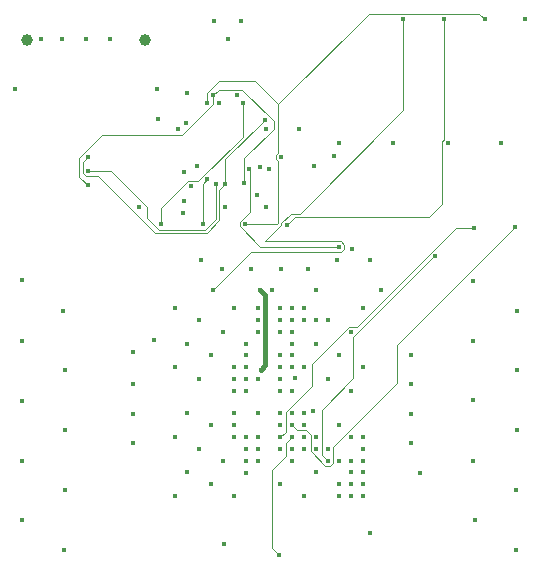
<source format=gbr>
%TF.GenerationSoftware,KiCad,Pcbnew,7.0.10*%
%TF.CreationDate,2024-01-13T18:06:35+01:00*%
%TF.ProjectId,FPGA,46504741-2e6b-4696-9361-645f70636258,rev?*%
%TF.SameCoordinates,Original*%
%TF.FileFunction,Copper,L5,Inr*%
%TF.FilePolarity,Positive*%
%FSLAX46Y46*%
G04 Gerber Fmt 4.6, Leading zero omitted, Abs format (unit mm)*
G04 Created by KiCad (PCBNEW 7.0.10) date 2024-01-13 18:06:35*
%MOMM*%
%LPD*%
G01*
G04 APERTURE LIST*
%TA.AperFunction,ComponentPad*%
%ADD10C,1.000000*%
%TD*%
%TA.AperFunction,ViaPad*%
%ADD11C,0.400000*%
%TD*%
%TA.AperFunction,Conductor*%
%ADD12C,0.090000*%
%TD*%
%TA.AperFunction,Conductor*%
%ADD13C,0.400000*%
%TD*%
G04 APERTURE END LIST*
D10*
%TO.N,N/C*%
%TO.C,J1*%
X91500000Y-77375000D03*
X81500000Y-77375000D03*
%TD*%
D11*
%TO.N,PG4*%
X107500000Y-87200000D03*
%TO.N,EN3*%
X86650000Y-89650000D03*
%TO.N,EN2*%
X86650000Y-88450000D03*
%TO.N,EN4*%
X86650000Y-87250000D03*
%TO.N,1.2V*%
X107900000Y-94850000D03*
%TO.N,GND*%
X109000000Y-95000000D03*
X95050000Y-81800000D03*
X104550000Y-84900000D03*
X92600000Y-84050000D03*
%TO.N,TDO*%
X101050000Y-112950000D03*
%TO.N,TMS*%
X82650000Y-77250000D03*
%TO.N,TCK*%
X84500000Y-77250000D03*
%TO.N,TDO*%
X86500000Y-77250000D03*
%TO.N,TDI*%
X88500000Y-77250000D03*
%TO.N,Net-(U1C-PROGRAM_B_0)*%
X119350000Y-93250000D03*
%TO.N,1.8V*%
X102850000Y-120950000D03*
%TO.N,Net-(J4-Pin_7)*%
X101050857Y-100002898D03*
%TO.N,Net-(J4-Pin_6)*%
X102950000Y-100050000D03*
%TO.N,Net-(J4-Pin_4)*%
X103950000Y-100050000D03*
%TO.N,Net-(J3-Pin_6)*%
X122945000Y-110360000D03*
%TO.N,Net-(J3-Pin_8)*%
X122895000Y-115460000D03*
%TO.N,Net-(J3-Pin_4)*%
X122945000Y-105310000D03*
%TO.N,Net-(J3-Pin_5)*%
X119295000Y-107860000D03*
%TO.N,Net-(J3-Pin_2)*%
X122945000Y-100260000D03*
%TO.N,Net-(J3-Pin_3)*%
X119295000Y-102810000D03*
%TO.N,Net-(J3-Pin_9)*%
X119445000Y-118010000D03*
%TO.N,Net-(J3-Pin_10)*%
X122895000Y-120560000D03*
%TO.N,Net-(J3-Pin_7)*%
X119295000Y-112960000D03*
%TO.N,Net-(J3-Pin_1)*%
X119295000Y-97710000D03*
%TO.N,Net-(J4-Pin_9)*%
X81050000Y-118000000D03*
%TO.N,Net-(J4-Pin_7)*%
X81050000Y-112950000D03*
%TO.N,Net-(J4-Pin_5)*%
X81050000Y-107900000D03*
%TO.N,Net-(J4-Pin_3)*%
X81100000Y-102800000D03*
%TO.N,Net-(J4-Pin_1)*%
X81100000Y-97700000D03*
%TO.N,Net-(J4-Pin_2)*%
X84550000Y-100250000D03*
%TO.N,Net-(J4-Pin_4)*%
X84700000Y-105300000D03*
%TO.N,Net-(J4-Pin_6)*%
X84700000Y-110400000D03*
%TO.N,Net-(J4-Pin_8)*%
X84700000Y-115450000D03*
%TO.N,Net-(J4-Pin_10)*%
X84600000Y-120550000D03*
%TO.N,INIT_B*%
X122800000Y-93200000D03*
%TO.N,LED_Test*%
X116050000Y-95650000D03*
%TO.N,GND*%
X98150000Y-120000000D03*
X110550000Y-119100000D03*
X80500000Y-81500000D03*
X92500000Y-81500000D03*
X98500000Y-77300000D03*
X99600000Y-75700000D03*
X97300000Y-75700000D03*
%TO.N,EN1*%
X105800000Y-88000000D03*
%TO.N,GND*%
X121600000Y-86100000D03*
X117100000Y-86100000D03*
X107900000Y-86100000D03*
X112500000Y-86100000D03*
X123700000Y-75550000D03*
%TO.N,1V*%
X120250000Y-75550000D03*
%TO.N,1.2V*%
X116800000Y-75550000D03*
%TO.N,1.8V*%
X113350000Y-75550000D03*
%TO.N,3.3V*%
X92250000Y-102750000D03*
%TO.N,EN1*%
X95900000Y-88000000D03*
X94300000Y-84900000D03*
X94950000Y-84400000D03*
%TO.N,1V*%
X96750000Y-82650000D03*
%TO.N,EN3*%
X97250000Y-82000000D03*
%TO.N,EN1*%
X97750000Y-82650000D03*
%TO.N,PG4*%
X99250000Y-82000000D03*
%TO.N,3.3V*%
X99750000Y-82650000D03*
%TO.N,EN4*%
X101650000Y-84100000D03*
%TO.N,EN1*%
X101700000Y-84900000D03*
X101200000Y-88100000D03*
%TO.N,EN3*%
X99900000Y-89450000D03*
%TO.N,1.2V*%
X100300000Y-88250000D03*
%TO.N,EN4*%
X98300000Y-89500000D03*
%TO.N,EN2*%
X97500000Y-89500000D03*
%TO.N,1.8V*%
X96750000Y-89150000D03*
%TO.N,GND*%
X98250000Y-91500000D03*
X91000000Y-91500000D03*
X101750000Y-91500000D03*
%TO.N,1.2V*%
X103500000Y-93000000D03*
%TO.N,GND*%
X94705553Y-92000000D03*
%TO.N,LX1*%
X101000000Y-90500000D03*
X95350000Y-89700000D03*
%TO.N,LX2*%
X94750000Y-91000000D03*
X94750000Y-88500000D03*
%TO.N,LX4*%
X103000000Y-87250000D03*
X102000000Y-88250000D03*
%TO.N,3.3V*%
X92850000Y-92950000D03*
%TO.N,1.8V*%
X96400000Y-92950000D03*
%TO.N,1V*%
X99950000Y-92950000D03*
%TO.N,1.2V*%
X103500000Y-93000000D03*
%TO.N,GND*%
X114750000Y-114000000D03*
X96250000Y-96000000D03*
X107750000Y-96000000D03*
X110500000Y-96000000D03*
%TO.N,1V*%
X111500000Y-98500000D03*
%TO.N,GND*%
X98000000Y-96750000D03*
X100500000Y-96750000D03*
X105250000Y-96750000D03*
X103000000Y-96750000D03*
%TO.N,1V*%
X106000000Y-98500000D03*
%TO.N,1.8V*%
X97250000Y-98500000D03*
X101250000Y-98500000D03*
%TO.N,1V*%
X102275000Y-98500000D03*
%TO.N,GND*%
X90500000Y-103750000D03*
X90500000Y-106500000D03*
X90500000Y-109000000D03*
X90500000Y-111500000D03*
X114000000Y-104000000D03*
X114000000Y-106500000D03*
X114000000Y-109000000D03*
X114000000Y-111500000D03*
%TO.N,3.3V*%
X100000000Y-104000000D03*
%TO.N,Net-(J3-Pin_1)*%
X108950000Y-115950000D03*
%TO.N,Net-(J3-Pin_9)*%
X105950000Y-111950000D03*
%TO.N,GND*%
X104950000Y-108950000D03*
X94050000Y-100050000D03*
%TO.N,3.3V*%
X99050000Y-110950000D03*
%TO.N,Net-(J3-Pin_6)*%
X108950000Y-113950000D03*
%TO.N,GND*%
X103950000Y-111950000D03*
%TO.N,1.8V*%
X104950000Y-109950000D03*
%TO.N,Net-(J4-Pin_3)*%
X103950000Y-101050000D03*
%TO.N,Net-(J4-Pin_8)*%
X102950000Y-102050000D03*
%TO.N,GND*%
X102950000Y-114950000D03*
%TO.N,Net-(J3-Pin_7)*%
X109950000Y-112950000D03*
%TO.N,Net-(U1C-PROGRAM_B_0)*%
X102950000Y-110950000D03*
%TO.N,1V*%
X100050000Y-105050000D03*
%TO.N,3.3V*%
X109950000Y-100050000D03*
%TO.N,Net-(J4-Pin_2)*%
X104950000Y-101050000D03*
%TO.N,GND*%
X98050000Y-112950000D03*
%TO.N,3.3V*%
X100050000Y-114000000D03*
%TO.N,1V*%
X99050000Y-106050000D03*
%TO.N,GND*%
X106950000Y-106050000D03*
X108950000Y-102050000D03*
%TO.N,INIT_B*%
X103950000Y-109950000D03*
%TO.N,GND*%
X100050000Y-106050000D03*
%TO.N,TMS*%
X100050000Y-111950000D03*
%TO.N,GND*%
X109950000Y-105050000D03*
%TO.N,1.8V*%
X103950000Y-110950000D03*
%TO.N,DONE*%
X103950000Y-107050000D03*
%TO.N,3.3V*%
X95050000Y-108950000D03*
X107950000Y-104050000D03*
%TO.N,TDI*%
X100050000Y-112950000D03*
%TO.N,GND*%
X101050000Y-111950000D03*
X99050000Y-105050000D03*
%TO.N,Net-(J4-Pin_10)*%
X103950000Y-103050000D03*
%TO.N,1.8V*%
X101270000Y-105270000D03*
%TO.N,3.3V*%
X96050000Y-101050000D03*
%TO.N,1.8V*%
X104169194Y-105999430D03*
%TO.N,3.3V*%
X104950000Y-115950000D03*
%TO.N,GND*%
X103950000Y-105050000D03*
X101050000Y-101050000D03*
%TO.N,Net-(U1C-VREFP_0)*%
X101050000Y-108950000D03*
%TO.N,3.3V*%
X97050000Y-104050000D03*
%TO.N,Net-(J4-Pin_5)*%
X102950000Y-101050000D03*
%TO.N,GND*%
X109950000Y-115950000D03*
%TO.N,3.3V*%
X100050000Y-103050000D03*
X103950000Y-102050000D03*
X94050000Y-105050000D03*
%TO.N,GND*%
X104950000Y-110950000D03*
%TO.N,3.3V*%
X103950000Y-112950000D03*
X106950000Y-111950000D03*
%TO.N,1V*%
X99050000Y-108950000D03*
%TO.N,3.3V*%
X109950000Y-110950000D03*
%TO.N,GND*%
X95050000Y-113950000D03*
X102950000Y-104050000D03*
X99050000Y-109950000D03*
X104950000Y-100050000D03*
X98050000Y-102050000D03*
%TO.N,3.3V*%
X105750000Y-108750000D03*
X104950000Y-111950000D03*
X102950000Y-111950000D03*
X94050000Y-115950000D03*
%TO.N,Net-(J3-Pin_8)*%
X109950000Y-111950000D03*
%TO.N,1V*%
X102950000Y-105050000D03*
%TO.N,GND*%
X99050000Y-107050000D03*
%TO.N,1.8V*%
X103950000Y-108950000D03*
%TO.N,1V*%
X102925000Y-109925000D03*
%TO.N,GND*%
X96050000Y-106050000D03*
%TO.N,3.3V*%
X106950000Y-101050000D03*
%TO.N,1V*%
X101075000Y-110925000D03*
%TO.N,3.3V*%
X108950000Y-110950000D03*
%TO.N,Net-(J3-Pin_2)*%
X107950000Y-115950000D03*
%TO.N,1V*%
X104950000Y-105050000D03*
%TO.N,GND*%
X102950000Y-106050000D03*
X100050000Y-107050000D03*
X94050000Y-110950000D03*
X105950000Y-113950000D03*
X105950000Y-103050000D03*
%TO.N,1V*%
X102950000Y-107050000D03*
%TO.N,3.3V*%
X96050000Y-111950000D03*
%TO.N,1V*%
X103950000Y-104050000D03*
%TO.N,GND*%
X99050000Y-115950000D03*
X102950000Y-108950000D03*
%TO.N,Net-(J3-Pin_5)*%
X109950000Y-113950000D03*
%TO.N,LED_Test*%
X106950000Y-112950000D03*
%TO.N,GND*%
X108950000Y-112950000D03*
%TO.N,Net-(J3-Pin_4)*%
X108950000Y-114950000D03*
%TO.N,Net-(J4-Pin_1)*%
X105950000Y-101050000D03*
%TO.N,Net-(J3-Pin_3)*%
X109950000Y-114950000D03*
%TO.N,GND*%
X107950000Y-109950000D03*
%TO.N,TCK*%
X100050000Y-110950000D03*
%TO.N,3.3V*%
X97050000Y-114950000D03*
%TO.N,GND*%
X97050000Y-109950000D03*
%TO.N,3.3V*%
X108950000Y-107050000D03*
X107950000Y-114950000D03*
%TO.N,Net-(J4-Pin_9)*%
X101050000Y-102050000D03*
%TO.N,3.3V*%
X99050000Y-100050000D03*
%TO.N,1.8V*%
X101050000Y-106050000D03*
%TO.N,CLK*%
X107950000Y-112950000D03*
%TO.N,Net-(J3-Pin_10)*%
X105950000Y-110950000D03*
%TO.N,GND*%
X95050000Y-103050000D03*
%TD*%
D12*
%TO.N,1.8V*%
X113350000Y-75550000D02*
X113350000Y-83300000D01*
X113350000Y-83300000D02*
X104590000Y-92060000D01*
X104590000Y-92060000D02*
X103810674Y-92060000D01*
X103040000Y-92999448D02*
X101634448Y-94405000D01*
X108084326Y-94405000D02*
X108345000Y-94665674D01*
X103810674Y-92060000D02*
X103040000Y-92830674D01*
X100455000Y-95295000D02*
X97250000Y-98500000D01*
X103040000Y-92830674D02*
X103040000Y-92999448D01*
X108084326Y-95295000D02*
X100455000Y-95295000D01*
X101634448Y-94405000D02*
X108084326Y-94405000D01*
X108345000Y-94665674D02*
X108345000Y-95034326D01*
X108345000Y-95034326D02*
X108084326Y-95295000D01*
%TO.N,1V*%
X120250000Y-75550000D02*
X119805000Y-75105000D01*
X119805000Y-75105000D02*
X110445000Y-75105000D01*
X110445000Y-75105000D02*
X102750000Y-82800000D01*
%TO.N,1.2V*%
X116800000Y-75550000D02*
X116800000Y-85770674D01*
X116800000Y-85770674D02*
X116655000Y-85915674D01*
X104150000Y-92350000D02*
X103500000Y-93000000D01*
X116655000Y-85915674D02*
X116655000Y-91245000D01*
X116655000Y-91245000D02*
X115550000Y-92350000D01*
X115550000Y-92350000D02*
X104150000Y-92350000D01*
%TO.N,EN3*%
X97250000Y-82000000D02*
X97250000Y-82779326D01*
X97250000Y-82779326D02*
X94628774Y-85400552D01*
X94628774Y-85400552D02*
X87849448Y-85400552D01*
X87849448Y-85400552D02*
X85915000Y-87335000D01*
X85915000Y-87335000D02*
X85915000Y-88915000D01*
X85915000Y-88915000D02*
X86650000Y-89650000D01*
%TO.N,EN4*%
X98300000Y-89500000D02*
X97790000Y-90010000D01*
X92335000Y-93685000D02*
X87545000Y-88895000D01*
X86465674Y-88895000D02*
X86205000Y-88634326D01*
X97790000Y-90010000D02*
X97790000Y-92599448D01*
X97790000Y-92599448D02*
X96704448Y-93685000D01*
X96704448Y-93685000D02*
X92335000Y-93685000D01*
X86205000Y-88634326D02*
X86205000Y-87695000D01*
X87545000Y-88895000D02*
X86465674Y-88895000D01*
X86205000Y-87695000D02*
X86650000Y-87250000D01*
%TO.N,EN2*%
X97500000Y-89500000D02*
X97500000Y-92479326D01*
X97500000Y-92479326D02*
X96584326Y-93395000D01*
X96584326Y-93395000D02*
X92634326Y-93395000D01*
X92634326Y-93395000D02*
X91650000Y-92410674D01*
X91650000Y-91520674D02*
X88579326Y-88450000D01*
X91650000Y-92410674D02*
X91650000Y-91520674D01*
X88579326Y-88450000D02*
X86650000Y-88450000D01*
%TO.N,EN3*%
X99900000Y-89450000D02*
X99855000Y-89405000D01*
X99855000Y-89405000D02*
X99855000Y-87374326D01*
X99855000Y-87374326D02*
X102369939Y-84859387D01*
X102369939Y-84859387D02*
X102369939Y-84190613D01*
X102369939Y-84190613D02*
X99719724Y-81540398D01*
X99719724Y-81540398D02*
X97709602Y-81540398D01*
X97709602Y-81540398D02*
X97250000Y-82000000D01*
%TO.N,1V*%
X96750000Y-82650000D02*
X96750000Y-81870674D01*
X96750000Y-81870674D02*
X97770674Y-80850000D01*
X102750000Y-82800000D02*
X102750000Y-86870674D01*
X97770674Y-80850000D02*
X100800000Y-80850000D01*
X102750000Y-86870674D02*
X102555000Y-87065674D01*
X100800000Y-80850000D02*
X102750000Y-82800000D01*
X102555000Y-87434326D02*
X102750000Y-87629326D01*
X102555000Y-87065674D02*
X102555000Y-87434326D01*
X102750000Y-87629326D02*
X102750000Y-92879326D01*
X102750000Y-92879326D02*
X102679326Y-92950000D01*
X102679326Y-92950000D02*
X99950000Y-92950000D01*
%TO.N,EN4*%
X98300000Y-89500000D02*
X98300000Y-87450000D01*
X98300000Y-87450000D02*
X101650000Y-84100000D01*
%TO.N,1.2V*%
X100300000Y-88250000D02*
X100345000Y-88295000D01*
X100345000Y-88295000D02*
X100345000Y-91925674D01*
X100345000Y-91925674D02*
X99505000Y-92765674D01*
X99505000Y-92765674D02*
X99505000Y-93134326D01*
X99505000Y-93134326D02*
X101220674Y-94850000D01*
X101220674Y-94850000D02*
X107900000Y-94850000D01*
%TO.N,Net-(U1C-PROGRAM_B_0)*%
X119350000Y-93250000D02*
X117820674Y-93250000D01*
X117820674Y-93250000D02*
X109465674Y-101605000D01*
X103400000Y-108870674D02*
X103400000Y-110500000D01*
X109465674Y-101605000D02*
X108765674Y-101605000D01*
X108765674Y-101605000D02*
X105600000Y-104770674D01*
X105600000Y-104770674D02*
X105600000Y-106670674D01*
X105600000Y-106670674D02*
X103400000Y-108870674D01*
X103400000Y-110500000D02*
X102950000Y-110950000D01*
%TO.N,LED_Test*%
X109134326Y-105995000D02*
X106500000Y-108629326D01*
X109134326Y-102495000D02*
X109134326Y-105995000D01*
X116050000Y-95650000D02*
X115979326Y-95650000D01*
X115979326Y-95650000D02*
X109134326Y-102495000D01*
X106500000Y-108629326D02*
X106500000Y-112500000D01*
X106500000Y-112500000D02*
X106950000Y-112950000D01*
%TO.N,INIT_B*%
X105134326Y-110395000D02*
X104395000Y-110395000D01*
X105505000Y-110765674D02*
X105134326Y-110395000D01*
X122800000Y-93200000D02*
X112800000Y-103200000D01*
X105505000Y-112134326D02*
X105505000Y-110765674D01*
X106765674Y-113395000D02*
X105505000Y-112134326D01*
X112800000Y-106360674D02*
X107395000Y-111765674D01*
X107395000Y-113134326D02*
X107134326Y-113395000D01*
X107395000Y-111765674D02*
X107395000Y-113134326D01*
X112800000Y-103200000D02*
X112800000Y-106360674D01*
X107134326Y-113395000D02*
X106765674Y-113395000D01*
X104395000Y-110395000D02*
X103950000Y-109950000D01*
%TO.N,1.8V*%
X102250000Y-120350000D02*
X102250000Y-113750000D01*
X102850000Y-120950000D02*
X102250000Y-120350000D01*
X102250000Y-113750000D02*
X103395000Y-112605000D01*
X103395000Y-112605000D02*
X103395000Y-111505000D01*
X103395000Y-111505000D02*
X103950000Y-110950000D01*
%TO.N,3.3V*%
X99750000Y-82650000D02*
X99750000Y-85520674D01*
X92850000Y-91570674D02*
X92850000Y-92950000D01*
X99750000Y-85520674D02*
X96015674Y-89255000D01*
X96015674Y-89255000D02*
X95165674Y-89255000D01*
X95165674Y-89255000D02*
X92850000Y-91570674D01*
%TO.N,1.8V*%
X96750000Y-89150000D02*
X96400000Y-89500000D01*
X96400000Y-89500000D02*
X96400000Y-92950000D01*
D13*
X101270000Y-105270000D02*
X101650000Y-104890000D01*
X101650000Y-104890000D02*
X101650000Y-98900000D01*
X101650000Y-98900000D02*
X101250000Y-98500000D01*
%TD*%
M02*

</source>
